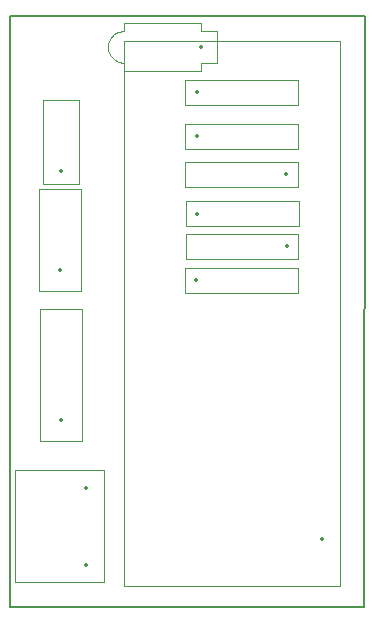
<source format=gbr>
%TF.GenerationSoftware,KiCad,Pcbnew,7.0.8*%
%TF.CreationDate,2023-10-14T20:08:42+02:00*%
%TF.ProjectId,LCRDT-Tester,4c435244-542d-4546-9573-7465722e6b69,0.3*%
%TF.SameCoordinates,Original*%
%TF.FileFunction,Component,L1,Top*%
%TF.FilePolarity,Positive*%
%FSLAX46Y46*%
G04 Gerber Fmt 4.6, Leading zero omitted, Abs format (unit mm)*
G04 Created by KiCad (PCBNEW 7.0.8) date 2023-10-14 20:08:42*
%MOMM*%
%LPD*%
G01*
G04 APERTURE LIST*
%TA.AperFunction,ComponentMain*%
%ADD10C,0.300000*%
%TD*%
%TA.AperFunction,ComponentOutline,Courtyard*%
%ADD11C,0.100000*%
%TD*%
%TA.AperFunction,ComponentPin*%
%ADD12P,0.360000X4X0.000000*%
%TD*%
%TA.AperFunction,ComponentPin*%
%ADD13C,0.100000*%
%TD*%
%TA.AperFunction,Profile*%
%ADD14C,0.150000*%
%TD*%
G04 APERTURE END LIST*
D10*
%TO.C,"J1"*%
%TO.CFtp,"PinSocket_1x03_P2.54mm_Vertical"*%
%TO.CVal,"Test"*%
%TO.CLbN,"Connector_PinSocket_2.54mm"*%
%TO.CMnt,TH*%
%TO.CRot,180*%
X96260500Y-109620000D03*
D11*
X98060499Y-102770001D02*
X98060499Y-111419999D01*
X94510501Y-111419999D01*
X94510501Y-102770001D01*
X98060499Y-102770001D01*
D12*
%TO.P,"J1","1","Pin_1"*%
X96260500Y-109620000D03*
D13*
%TO.P,"J1","2","Pin_2"*%
X96260500Y-107080000D03*
%TO.P,"J1","3","Pin_3"*%
X96260500Y-104540000D03*
%TD*%
D10*
%TO.C,"R6"*%
%TO.CFtp,"R_Axial_DIN0204_L3.6mm_D1.6mm_P7.62mm_Horizontal"*%
%TO.CVal,"10K"*%
%TO.CLbN,"Resistor_THT"*%
%TO.CMnt,TH*%
%TO.CRot,0*%
X107810000Y-94590000D03*
D11*
X116379999Y-93540001D02*
X116379999Y-95639999D01*
X106860001Y-95639999D01*
X106860001Y-93540001D01*
X116379999Y-93540001D01*
D12*
%TO.P,"R6","1"*%
X107810000Y-94590000D03*
D13*
%TO.P,"R6","2"*%
X115430000Y-94590000D03*
%TD*%
D10*
%TO.C,"R1"*%
%TO.CFtp,"R_Axial_DIN0204_L3.6mm_D1.6mm_P7.62mm_Horizontal"*%
%TO.CVal,"330"*%
%TO.CLbN,"Resistor_THT"*%
%TO.CMnt,TH*%
%TO.CRot,0*%
X107796000Y-110520000D03*
D11*
X116365999Y-109470001D02*
X116365999Y-111569999D01*
X106846001Y-111569999D01*
X106846001Y-109470001D01*
X116365999Y-109470001D01*
D12*
%TO.P,"R1","1"*%
X107796000Y-110520000D03*
D13*
%TO.P,"R1","2"*%
X115416000Y-110520000D03*
%TD*%
D10*
%TO.C,"C1"*%
%TO.CFtp,"C_Disc_D5.0mm_W2.5mm_P5.00mm"*%
%TO.CVal,"100n"*%
%TO.CLbN,"Capacitor_THT"*%
%TO.CMnt,TH*%
%TO.CRot,90*%
X96342000Y-101300000D03*
D11*
X97841999Y-95250001D02*
X97841999Y-102349999D01*
X94842001Y-102349999D01*
X94842001Y-95250001D01*
X97841999Y-95250001D01*
D12*
%TO.P,"C1","1"*%
X96342000Y-101300000D03*
D13*
%TO.P,"C1","2"*%
X96342000Y-96300000D03*
%TD*%
D10*
%TO.C,"A1"*%
%TO.CFtp,"Arduino_Nano"*%
%TO.CVal,"Arduino_Nano_v3.x"*%
%TO.CLbN,"Module"*%
%TO.CMnt,TH*%
%TO.CRot,180*%
X118395500Y-132380000D03*
D11*
X119925499Y-90220001D02*
X119925499Y-136439999D01*
X101645501Y-136439999D01*
X101645501Y-90220001D01*
X119925499Y-90220001D01*
D12*
%TO.P,"A1","1","D1/TX"*%
X118395500Y-132380000D03*
D13*
%TO.P,"A1","2","D0/RX"*%
X118395500Y-129840000D03*
%TO.P,"A1","3","~{RESET}"*%
X118395500Y-127300000D03*
%TO.P,"A1","4","GND"*%
X118395500Y-124760000D03*
%TO.P,"A1","5","D2"*%
X118395500Y-122220000D03*
%TO.P,"A1","6","D3"*%
X118395500Y-119680000D03*
%TO.P,"A1","7","D4"*%
X118395500Y-117140000D03*
%TO.P,"A1","8","D5"*%
X118395500Y-114600000D03*
%TO.P,"A1","9","D6"*%
X118395500Y-112060000D03*
%TO.P,"A1","10","D7"*%
X118395500Y-109520000D03*
%TO.P,"A1","11","D8"*%
X118395500Y-106980000D03*
%TO.P,"A1","12","D9"*%
X118395500Y-104440000D03*
%TO.P,"A1","13","D10"*%
X118395500Y-101900000D03*
%TO.P,"A1","14","D11"*%
X118395500Y-99360000D03*
%TO.P,"A1","15","D12"*%
X118395500Y-96820000D03*
%TO.P,"A1","16","D13"*%
X103155500Y-96820000D03*
%TO.P,"A1","17","3V3"*%
X103155500Y-99360000D03*
%TO.P,"A1","18","AREF"*%
X103155500Y-101900000D03*
%TO.P,"A1","19","A0"*%
X103155500Y-104440000D03*
%TO.P,"A1","20","A1"*%
X103155500Y-106980000D03*
%TO.P,"A1","21","A2"*%
X103155500Y-109520000D03*
%TO.P,"A1","22","A3"*%
X103155500Y-112060000D03*
%TO.P,"A1","23","A4"*%
X103155500Y-114600000D03*
%TO.P,"A1","24","A5"*%
X103155500Y-117140000D03*
%TO.P,"A1","25","A6"*%
X103155500Y-119680000D03*
%TO.P,"A1","26","A7"*%
X103155500Y-122220000D03*
%TO.P,"A1","27","+5V"*%
X103155500Y-124760000D03*
%TO.P,"A1","28","~{RESET}"*%
X103155500Y-127300000D03*
%TO.P,"A1","29","GND"*%
X103155500Y-129840000D03*
%TO.P,"A1","30","VIN"*%
X103155500Y-132380000D03*
%TD*%
D10*
%TO.C,"R3"*%
%TO.CFtp,"R_Axial_DIN0204_L3.6mm_D1.6mm_P7.62mm_Horizontal"*%
%TO.CVal,"330"*%
%TO.CLbN,"Resistor_THT"*%
%TO.CMnt,TH*%
%TO.CRot,0*%
X107880500Y-104890000D03*
D11*
X116450499Y-103840001D02*
X116450499Y-105939999D01*
X106930501Y-105939999D01*
X106930501Y-103840001D01*
X116450499Y-103840001D01*
D12*
%TO.P,"R3","1"*%
X107880500Y-104890000D03*
D13*
%TO.P,"R3","2"*%
X115500500Y-104890000D03*
%TD*%
D10*
%TO.C,"R5"*%
%TO.CFtp,"R_Axial_DIN0204_L3.6mm_D1.6mm_P7.62mm_Horizontal"*%
%TO.CVal,"330"*%
%TO.CLbN,"Resistor_THT"*%
%TO.CMnt,TH*%
%TO.CRot,0*%
X107812000Y-98310000D03*
D11*
X116381999Y-97260001D02*
X116381999Y-99359999D01*
X106862001Y-99359999D01*
X106862001Y-97260001D01*
X116381999Y-97260001D01*
D12*
%TO.P,"R5","1"*%
X107812000Y-98310000D03*
D13*
%TO.P,"R5","2"*%
X115432000Y-98310000D03*
%TD*%
D10*
%TO.C,"Start"*%
%TO.CFtp,"SW_PUSH_6mm_H4.3mm"*%
%TO.CVal,"SW_Push"*%
%TO.CLbN,"Button_Switch_THT"*%
%TO.CMnt,TH*%
%TO.CRot,-90*%
X98450000Y-128100000D03*
D11*
X99949999Y-126600001D02*
X99949999Y-136099999D01*
X92450001Y-136099999D01*
X92450001Y-126600001D01*
X99949999Y-126600001D01*
D12*
%TO.P,"Start","1","1"*%
X98450000Y-128100000D03*
X98450000Y-134600000D03*
D13*
%TO.P,"Start","2","2"*%
X93950000Y-128100000D03*
X93950000Y-134600000D03*
%TD*%
D10*
%TO.C,"J2"*%
%TO.CFtp,"PinSocket_1x04_P2.54mm_Vertical"*%
%TO.CVal,"Disp"*%
%TO.CLbN,"Connector_PinSocket_2.54mm"*%
%TO.CMnt,TH*%
%TO.CRot,180*%
X96341000Y-122350000D03*
D11*
X98140999Y-112950001D02*
X98140999Y-124149999D01*
X94591001Y-124149999D01*
X94591001Y-112950001D01*
X98140999Y-112950001D01*
D12*
%TO.P,"J2","1","Pin_1"*%
X96341000Y-122350000D03*
D13*
%TO.P,"J2","2","Pin_2"*%
X96341000Y-119810000D03*
%TO.P,"J2","3","Pin_3"*%
X96341000Y-117270000D03*
%TO.P,"J2","4","Pin_4"*%
X96341000Y-114730000D03*
%TD*%
D10*
%TO.C,"R4"*%
%TO.CFtp,"R_Axial_DIN0204_L3.6mm_D1.6mm_P7.62mm_Horizontal"*%
%TO.CVal,"10K"*%
%TO.CLbN,"Resistor_THT"*%
%TO.CMnt,TH*%
%TO.CRot,180*%
X115416000Y-101530000D03*
D11*
X116365999Y-100480001D02*
X116365999Y-102579999D01*
X106846001Y-102579999D01*
X106846001Y-100480001D01*
X116365999Y-100480001D01*
D12*
%TO.P,"R4","1"*%
X115416000Y-101530000D03*
D13*
%TO.P,"R4","2"*%
X107796000Y-101530000D03*
%TD*%
D10*
%TO.C,"Reset"*%
%TO.CFtp,"SW_PUSH_1P1T_6x3.5mm_H4.3_APEM_MJTP1243"*%
%TO.CVal,"SW_Push"*%
%TO.CLbN,"Button_Switch_THT"*%
%TO.CMnt,TH*%
%TO.CRot,180*%
X108170000Y-90760000D03*
D11*
X108169999Y-88760001D02*
X108169999Y-89380000D01*
X108170000Y-89380001D01*
X109549999Y-89380001D01*
X109549999Y-92139999D01*
X108170000Y-92139999D01*
X108169999Y-92140000D01*
X108169999Y-92759999D01*
X101670001Y-92759999D01*
X101670001Y-92140000D01*
X101670000Y-92139999D01*
X101198012Y-92056775D01*
X101198013Y-92056775D01*
X100782954Y-91817140D01*
X100474886Y-91449999D01*
X100310966Y-90999634D01*
X100310966Y-90520366D01*
X100474886Y-90070001D01*
X100782954Y-89702860D01*
X101198013Y-89463225D01*
X101198012Y-89463224D01*
X101670000Y-89380001D01*
X101670001Y-89380000D01*
X101670001Y-88760001D01*
X108169999Y-88760001D01*
D12*
%TO.P,"Reset","1","1"*%
X108170000Y-90760000D03*
D13*
%TO.P,"Reset","2","2"*%
X101670000Y-90760000D03*
%TD*%
D10*
%TO.C,"R2"*%
%TO.CFtp,"R_Axial_DIN0204_L3.6mm_D1.6mm_P7.62mm_Horizontal"*%
%TO.CVal,"10K"*%
%TO.CLbN,"Resistor_THT"*%
%TO.CMnt,TH*%
%TO.CRot,180*%
X115446500Y-107640000D03*
D11*
X116396499Y-106590001D02*
X116396499Y-108689999D01*
X106876501Y-108689999D01*
X106876501Y-106590001D01*
X116396499Y-106590001D01*
D12*
%TO.P,"R2","1"*%
X115446500Y-107640000D03*
D13*
%TO.P,"R2","2"*%
X107826500Y-107640000D03*
%TD*%
D14*
X122044000Y-88120000D02*
X121992000Y-138200000D01*
X92052000Y-88120000D02*
X122044000Y-88120000D01*
X92000000Y-138200000D02*
X92052000Y-88120000D01*
X121992000Y-138200000D02*
X92000000Y-138200000D01*
M02*

</source>
